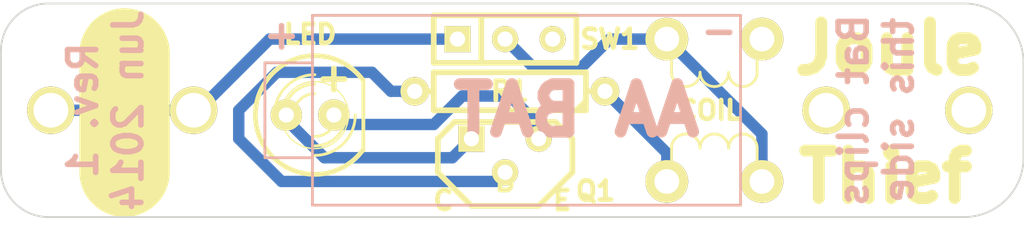
<source format=kicad_pcb>
(kicad_pcb (version 3) (host pcbnew "(2013-07-07 BZR 4022)-stable")

  (general
    (links 11)
    (no_connects 3)
    (area 127.965999 110.109 182.676001 124.50919)
    (thickness 1.6)
    (drawings 22)
    (tracks 29)
    (zones 0)
    (modules 6)
    (nets 7)
  )

  (page USLetter)
  (layers
    (15 F.Cu signal)
    (0 B.Cu signal)
    (16 B.Adhes user)
    (17 F.Adhes user)
    (18 B.Paste user)
    (19 F.Paste user)
    (20 B.SilkS user hide)
    (21 F.SilkS user)
    (22 B.Mask user)
    (23 F.Mask user)
    (24 Dwgs.User user)
    (25 Cmts.User user)
    (26 Eco1.User user)
    (27 Eco2.User user)
    (28 Edge.Cuts user)
  )

  (setup
    (last_trace_width 0.6096)
    (user_trace_width 0.3048)
    (user_trace_width 0.4064)
    (user_trace_width 0.6096)
    (trace_clearance 0.254)
    (zone_clearance 0.508)
    (zone_45_only no)
    (trace_min 0.254)
    (segment_width 0.2)
    (edge_width 0.1)
    (via_size 0.889)
    (via_drill 0.635)
    (via_min_size 0.889)
    (via_min_drill 0.508)
    (uvia_size 0.508)
    (uvia_drill 0.127)
    (uvias_allowed no)
    (uvia_min_size 0.508)
    (uvia_min_drill 0.127)
    (pcb_text_width 0.3)
    (pcb_text_size 1.5 1.5)
    (mod_edge_width 0.15)
    (mod_text_size 1 1)
    (mod_text_width 0.15)
    (pad_size 2.286 2.286)
    (pad_drill 1.3208)
    (pad_to_mask_clearance 0)
    (aux_axis_origin 0 0)
    (visible_elements 7FFFFFFF)
    (pcbplotparams
      (layerselection 284196865)
      (usegerberextensions true)
      (excludeedgelayer true)
      (linewidth 0.150000)
      (plotframeref false)
      (viasonmask false)
      (mode 1)
      (useauxorigin false)
      (hpglpennumber 1)
      (hpglpenspeed 20)
      (hpglpendiameter 15)
      (hpglpenoverlay 2)
      (psnegative false)
      (psa4output false)
      (plotreference true)
      (plotvalue true)
      (plotothertext true)
      (plotinvisibletext false)
      (padsonsilk false)
      (subtractmaskfromsilk false)
      (outputformat 1)
      (mirror false)
      (drillshape 0)
      (scaleselection 1)
      (outputdirectory BRD/))
  )

  (net 0 "")
  (net 1 /GND)
  (net 2 N-000001)
  (net 3 N-000002)
  (net 4 N-000003)
  (net 5 N-000004)
  (net 6 N-000005)

  (net_class Default "This is the default net class."
    (clearance 0.254)
    (trace_width 0.254)
    (via_dia 0.889)
    (via_drill 0.635)
    (uvia_dia 0.508)
    (uvia_drill 0.127)
    (add_net "")
    (add_net /GND)
    (add_net N-000001)
    (add_net N-000002)
    (add_net N-000003)
    (add_net N-000004)
    (add_net N-000005)
  )

  (module TRANS_JOULE_THIEF (layer F.Cu) (tedit 53AC574D) (tstamp 537E53E7)
    (at 166.116 118.618 180)
    (path /536BD944)
    (fp_text reference T1 (at 0.254 -4.318 180) (layer F.SilkS) hide
      (effects (font (size 1 1) (thickness 0.15)))
    )
    (fp_text value COIL (at 0.254 1.27 180) (layer F.SilkS)
      (effects (font (size 1 1) (thickness 0.25)))
    )
    (fp_line (start 2.286 3.302) (end 2.286 4.064) (layer F.SilkS) (width 0.15))
    (fp_line (start -2.286 3.302) (end -2.286 4.064) (layer F.SilkS) (width 0.15))
    (fp_line (start 2.286 -0.762) (end 2.286 -1.524) (layer F.SilkS) (width 0.15))
    (fp_line (start -2.286 -0.762) (end -2.286 -1.524) (layer F.SilkS) (width 0.15))
    (fp_arc (start 1.524 3.302) (end 1.524 2.54) (angle 90) (layer F.SilkS) (width 0.15))
    (fp_arc (start 1.524 3.302) (end 0.762 3.302) (angle 90) (layer F.SilkS) (width 0.15))
    (fp_arc (start 0 3.302) (end 0 2.54) (angle 90) (layer F.SilkS) (width 0.15))
    (fp_arc (start 0 3.302) (end -0.762 3.302) (angle 90) (layer F.SilkS) (width 0.15))
    (fp_arc (start -1.524 3.302) (end -1.524 2.54) (angle 90) (layer F.SilkS) (width 0.15))
    (fp_arc (start -1.524 3.302) (end -2.286 3.302) (angle 90) (layer F.SilkS) (width 0.15))
    (fp_arc (start 1.524 -0.762) (end 2.286 -0.762) (angle 90) (layer F.SilkS) (width 0.15))
    (fp_arc (start 1.524 -0.762) (end 1.524 0) (angle 90) (layer F.SilkS) (width 0.15))
    (fp_arc (start 0 -0.762) (end 0.762 -0.762) (angle 90) (layer F.SilkS) (width 0.15))
    (fp_arc (start 0 -0.762) (end 0 0) (angle 90) (layer F.SilkS) (width 0.15))
    (fp_arc (start -1.524 -0.762) (end -0.762 -0.762) (angle 90) (layer F.SilkS) (width 0.15))
    (fp_arc (start -1.524 -0.762) (end -1.524 0) (angle 90) (layer F.SilkS) (width 0.15))
    (pad 1 thru_hole circle (at -2.54 -2.54 180) (size 2.286 2.286) (drill 1.3208)
      (layers *.Cu *.Mask F.SilkS)
      (net 5 N-000004)
    )
    (pad 2 thru_hole circle (at 2.54 -2.54 180) (size 2.286 2.286) (drill 1.3208)
      (layers *.Cu *.Mask F.SilkS)
      (net 4 N-000003)
    )
    (pad 3 thru_hole circle (at -2.54 5.08 180) (size 2.286 2.286) (drill 1.3208)
      (layers *.Cu *.Mask F.SilkS)
      (net 2 N-000001)
    )
    (pad 4 thru_hole circle (at 2.54 5.08 180) (size 2.286 2.286) (drill 1.3208)
      (layers *.Cu *.Mask F.SilkS)
      (net 5 N-000004)
    )
  )

  (module BAT_CLIP (layer F.Cu) (tedit 53AC568E) (tstamp 538B9F1D)
    (at 155.321 117.348)
    (path /536BD889)
    (fp_text reference BT1 (at 0 -2.54) (layer F.SilkS) hide
      (effects (font (size 1 1) (thickness 0.15)))
    )
    (fp_text value BATTERY (at 0 2.54) (layer F.SilkS) hide
      (effects (font (size 1 1) (thickness 0.15)))
    )
    (fp_line (start -10.668 -2.54) (end -13.208 -2.54) (layer B.SilkS) (width 0.15))
    (fp_line (start -13.208 -2.54) (end -13.208 2.54) (layer B.SilkS) (width 0.15))
    (fp_line (start -13.208 2.54) (end -10.668 2.54) (layer B.SilkS) (width 0.15))
    (fp_line (start -10.668 -5.08) (end -10.668 5.08) (layer B.SilkS) (width 0.15))
    (fp_line (start -10.668 5.08) (end 12.192 5.08) (layer B.SilkS) (width 0.15))
    (fp_line (start 12.192 5.08) (end 12.192 -5.08) (layer B.SilkS) (width 0.15))
    (fp_line (start 12.192 -5.08) (end -10.668 -5.08) (layer B.SilkS) (width 0.15))
    (pad 1 thru_hole circle (at -17.018 0) (size 2.54 2.54) (drill 1.8542)
      (layers *.Cu *.Mask F.SilkS)
      (net 6 N-000005)
    )
    (pad 1 thru_hole circle (at -24.638 0) (size 2.54 2.54) (drill 1.8542)
      (layers *.Cu *.Mask F.SilkS)
      (net 6 N-000005)
    )
    (pad 2 thru_hole circle (at 16.764 0) (size 2.54 2.54) (drill 1.8542)
      (layers *.Cu *.Mask F.SilkS)
      (net 1 /GND)
    )
    (pad 2 thru_hole circle (at 24.384 0) (size 2.54 2.54) (drill 1.8542)
      (layers *.Cu *.Mask F.SilkS)
      (net 1 /GND)
    )
  )

  (module TO92-123 (layer F.Cu) (tedit 538BA1DC) (tstamp 5453E607)
    (at 154.94 118.872 135)
    (descr "Transistor TO92 brochage type BC237")
    (tags "TR TO92")
    (path /536BDA18)
    (fp_text reference Q1 (at -1.27 3.81 135) (layer F.SilkS) hide
      (effects (font (size 1.016 1.016) (thickness 0.2032)))
    )
    (fp_text value PN2222A (at -5.567759 -5.926969 225) (layer F.SilkS) hide
      (effects (font (size 1.016 1.016) (thickness 0.2032)))
    )
    (fp_line (start -1.27 2.54) (end 2.54 -1.27) (layer F.SilkS) (width 0.3048))
    (fp_line (start 2.54 -1.27) (end 2.54 -2.54) (layer F.SilkS) (width 0.3048))
    (fp_line (start 2.54 -2.54) (end 1.27 -3.81) (layer F.SilkS) (width 0.3048))
    (fp_line (start 1.27 -3.81) (end -1.27 -3.81) (layer F.SilkS) (width 0.3048))
    (fp_line (start -1.27 -3.81) (end -3.81 -1.27) (layer F.SilkS) (width 0.3048))
    (fp_line (start -3.81 -1.27) (end -3.81 1.27) (layer F.SilkS) (width 0.3048))
    (fp_line (start -3.81 1.27) (end -2.54 2.54) (layer F.SilkS) (width 0.3048))
    (fp_line (start -2.54 2.54) (end -1.27 2.54) (layer F.SilkS) (width 0.3048))
    (pad 3 thru_hole rect (at 1.27 -1.27 180) (size 1.397 1.397) (drill 0.8128)
      (layers *.Cu *.Mask F.SilkS)
      (net 2 N-000001)
    )
    (pad 2 thru_hole circle (at -1.27 -1.27 135) (size 1.397 1.397) (drill 0.8128)
      (layers *.Cu *.Mask F.SilkS)
      (net 3 N-000002)
    )
    (pad 1 thru_hole circle (at -1.27 1.27 135) (size 1.397 1.397) (drill 0.8128)
      (layers *.Cu *.Mask F.SilkS)
      (net 1 /GND)
    )
    (model discret/to98.wrl
      (at (xyz 0 0 0))
      (scale (xyz 1 1 1))
      (rotate (xyz 0 0 0))
    )
  )

  (module R4 (layer F.Cu) (tedit 538BAA4F) (tstamp 536BE102)
    (at 155.194 116.332 180)
    (descr "Resitance 4 pas")
    (tags R)
    (path /536BD99A)
    (autoplace_cost180 10)
    (fp_text reference R1 (at 0 0 180) (layer F.SilkS)
      (effects (font (size 1.016 1.016) (thickness 0.254)))
    )
    (fp_text value 1000 (at 0 0 180) (layer F.SilkS) hide
      (effects (font (size 1.397 1.27) (thickness 0.2032)))
    )
    (fp_line (start -5.08 0) (end -4.064 0) (layer F.SilkS) (width 0.3048))
    (fp_line (start -4.064 0) (end -4.064 -1.016) (layer F.SilkS) (width 0.3048))
    (fp_line (start -4.064 -1.016) (end 4.064 -1.016) (layer F.SilkS) (width 0.3048))
    (fp_line (start 4.064 -1.016) (end 4.064 1.016) (layer F.SilkS) (width 0.3048))
    (fp_line (start 4.064 1.016) (end -4.064 1.016) (layer F.SilkS) (width 0.3048))
    (fp_line (start -4.064 1.016) (end -4.064 0) (layer F.SilkS) (width 0.3048))
    (fp_line (start -4.064 -0.508) (end -3.556 -1.016) (layer F.SilkS) (width 0.3048))
    (fp_line (start 5.08 0) (end 4.064 0) (layer F.SilkS) (width 0.3048))
    (pad 1 thru_hole circle (at -5.08 0 180) (size 1.524 1.524) (drill 0.8128)
      (layers *.Cu *.Mask F.SilkS)
      (net 4 N-000003)
    )
    (pad 2 thru_hole circle (at 5.08 0 180) (size 1.524 1.524) (drill 0.8128)
      (layers *.Cu *.Mask F.SilkS)
      (net 3 N-000002)
    )
    (model discret/resistor.wrl
      (at (xyz 0 0 0))
      (scale (xyz 0.4 0.4 0.4))
      (rotate (xyz 0 0 0))
    )
  )

  (module MICROSWITCH_SPST (layer F.Cu) (tedit 538BA215) (tstamp 538B9BF9)
    (at 154.94 113.538)
    (descr "Connecteur 3 pins")
    (tags "CONN DEV")
    (path /536BD975)
    (fp_text reference SW1 (at 5.588 0) (layer F.SilkS)
      (effects (font (size 1.016 1.016) (thickness 0.254)))
    )
    (fp_text value SPST (at 0 -2.54) (layer F.SilkS) hide
      (effects (font (size 1.016 1.016) (thickness 0.254)))
    )
    (fp_line (start -3.81 1.27) (end -3.81 -1.27) (layer F.SilkS) (width 0.3048))
    (fp_line (start -3.81 -1.27) (end 3.81 -1.27) (layer F.SilkS) (width 0.3048))
    (fp_line (start 3.81 -1.27) (end 3.81 1.27) (layer F.SilkS) (width 0.3048))
    (fp_line (start 3.81 1.27) (end -3.81 1.27) (layer F.SilkS) (width 0.3048))
    (fp_line (start -1.27 -1.27) (end -1.27 1.27) (layer F.SilkS) (width 0.3048))
    (pad 1 thru_hole rect (at -2.54 0) (size 1.397 1.397) (drill 0.8128)
      (layers *.Cu *.Mask F.SilkS)
      (net 6 N-000005)
    )
    (pad 2 thru_hole circle (at 0 0) (size 1.397 1.397) (drill 0.8128)
      (layers *.Cu *.Mask F.SilkS)
      (net 5 N-000004)
    )
    (pad 3 thru_hole circle (at 2.54 0) (size 1.397 1.397) (drill 0.8128)
      (layers *.Cu *.Mask F.SilkS)
    )
    (model device/switch_slide_straight_terminal.wrl
      (at (xyz 0 0 0))
      (scale (xyz 0.33 0.33 0.33))
      (rotate (xyz 0 0 0))
    )
  )

  (module LED-5MM (layer F.Cu) (tedit 538BAA72) (tstamp 536BE01A)
    (at 144.526 117.602)
    (descr "LED 5mm - Lead pitch 100mil (2,54mm)")
    (tags "LED led 5mm 5MM 100mil 2,54mm")
    (path /536BDA2F)
    (fp_text reference LED (at 0 -4.318) (layer F.SilkS)
      (effects (font (size 1.016 1.016) (thickness 0.254)))
    )
    (fp_text value LED (at 0 3.81) (layer F.SilkS) hide
      (effects (font (size 0.762 0.762) (thickness 0.0889)))
    )
    (fp_line (start 2.8448 1.905) (end 2.8448 -1.905) (layer F.SilkS) (width 0.2032))
    (fp_circle (center 0.254 0) (end -1.016 1.27) (layer F.SilkS) (width 0.0762))
    (fp_arc (start 0.254 0) (end 2.794 1.905) (angle 286.2) (layer F.SilkS) (width 0.254))
    (fp_arc (start 0.254 0) (end -0.889 0) (angle 90) (layer F.SilkS) (width 0.1524))
    (fp_arc (start 0.254 0) (end 1.397 0) (angle 90) (layer F.SilkS) (width 0.1524))
    (fp_arc (start 0.254 0) (end -1.397 0) (angle 90) (layer F.SilkS) (width 0.1524))
    (fp_arc (start 0.254 0) (end 1.905 0) (angle 90) (layer F.SilkS) (width 0.1524))
    (fp_arc (start 0.254 0) (end -1.905 0) (angle 90) (layer F.SilkS) (width 0.1524))
    (fp_arc (start 0.254 0) (end 2.413 0) (angle 90) (layer F.SilkS) (width 0.1524))
    (pad 1 thru_hole circle (at -1.27 0) (size 1.6764 1.6764) (drill 0.8128)
      (layers *.Cu *.Mask F.SilkS)
      (net 2 N-000001)
    )
    (pad 2 thru_hole circle (at 1.27 0) (size 1.6764 1.6764) (drill 0.8128)
      (layers *.Cu *.Mask F.SilkS)
      (net 1 /GND)
    )
    (model discret/leds/led5_vertical_verde.wrl
      (at (xyz 0 0 0))
      (scale (xyz 1 1 1))
      (rotate (xyz 0 0 0))
    )
  )

  (gr_text - (at 166.37 113.284 180) (layer B.SilkS)
    (effects (font (size 1.5 1.5) (thickness 0.3)) (justify mirror))
  )
  (gr_text + (at 143.002 113.284) (layer B.SilkS)
    (effects (font (size 1.5 1.5) (thickness 0.3)) (justify mirror))
  )
  (gr_text "Bat clips\nthis side" (at 174.752 117.348 90) (layer B.SilkS)
    (effects (font (size 1.5 1.5) (thickness 0.3)) (justify mirror))
  )
  (gr_text Q1 (at 159.766 121.666) (layer F.SilkS)
    (effects (font (size 1.016 1.016) (thickness 0.254)))
  )
  (gr_text "AA BAT" (at 158.75 117.348) (layer B.SilkS)
    (effects (font (size 2.54 2.54) (thickness 0.635)) (justify mirror))
  )
  (gr_text "Rev. 1\nJun 2014" (at 133.604 117.348 90) (layer B.SilkS)
    (effects (font (size 1.5 1.5) (thickness 0.3)) (justify mirror))
  )
  (gr_line (start 134.62 114.3) (end 134.62 120.65) (angle 90) (layer F.SilkS) (width 4.826) (tstamp 538BA51E))
  (gr_text Thief (at 175.26 120.904) (layer F.SilkS)
    (effects (font (size 2.54 2.54) (thickness 0.635)))
  )
  (gr_text Joule (at 175.514 114.046) (layer F.SilkS)
    (effects (font (size 2.54 2.54) (thickness 0.635)))
  )
  (gr_text + (at 145.796 115.57) (layer F.SilkS)
    (effects (font (size 1.5 1.5) (thickness 0.3)))
  )
  (gr_line (start 128.016 114.173) (end 128.016 120.523) (angle 90) (layer Edge.Cuts) (width 0.1))
  (gr_line (start 182.626 114.808) (end 182.626 119.888) (angle 90) (layer Edge.Cuts) (width 0.1))
  (gr_line (start 130.556 111.633) (end 179.451 111.633) (angle 90) (layer Edge.Cuts) (width 0.1))
  (gr_line (start 179.451 123.063) (end 130.556 123.063) (angle 90) (layer Edge.Cuts) (width 0.1))
  (gr_arc (start 179.451 119.888) (end 182.626 119.888) (angle 90) (layer Edge.Cuts) (width 0.1))
  (gr_arc (start 179.451 114.808) (end 179.451 111.633) (angle 90) (layer Edge.Cuts) (width 0.1))
  (gr_arc (start 130.556 120.523) (end 130.556 123.063) (angle 90) (layer Edge.Cuts) (width 0.1))
  (gr_arc (start 130.556 114.173) (end 128.016 114.173) (angle 90) (layer Edge.Cuts) (width 0.1))
  (gr_text B (at 154.94 121.158) (layer F.SilkS)
    (effects (font (size 1.016 1.016) (thickness 0.254)))
  )
  (gr_text C (at 151.638 122.174) (layer F.SilkS)
    (effects (font (size 1.016 1.016) (thickness 0.254)))
  )
  (gr_text E (at 157.988 122.174) (layer F.SilkS)
    (effects (font (size 1.016 1.016) (thickness 0.254)))
  )
  (gr_circle (center 144.635 117.365) (end 143.635 122.365) (layer Dwgs.User) (width 0.2))

  (segment (start 156.736051 118.872) (end 156.736051 118.128051) (width 0.6096) (layer B.Cu) (net 1) (status 400000))
  (segment (start 146.304 118.11) (end 145.796 117.602) (width 0.6096) (layer B.Cu) (net 1) (tstamp 5453E703) (status C00000))
  (segment (start 151.13 118.11) (end 146.304 118.11) (width 0.6096) (layer B.Cu) (net 1) (tstamp 5453E700) (status 800000))
  (segment (start 152.654 116.586) (end 151.13 118.11) (width 0.6096) (layer B.Cu) (net 1) (tstamp 5453E6FC))
  (segment (start 155.194 116.586) (end 152.654 116.586) (width 0.6096) (layer B.Cu) (net 1) (tstamp 5453E6FB))
  (segment (start 156.736051 118.128051) (end 155.194 116.586) (width 0.6096) (layer B.Cu) (net 1) (tstamp 5453E6FA))
  (segment (start 143.256 117.602) (end 143.256 117.856) (width 0.6096) (layer B.Cu) (net 2) (status C00000))
  (segment (start 152.127949 119.888) (end 153.143949 118.872) (width 0.6096) (layer B.Cu) (net 2) (tstamp 5453E6F4) (status 800000))
  (segment (start 145.288 119.888) (end 152.127949 119.888) (width 0.6096) (layer B.Cu) (net 2) (tstamp 5453E6EF))
  (segment (start 143.256 117.856) (end 145.288 119.888) (width 0.6096) (layer B.Cu) (net 2) (tstamp 5453E6EB) (status 400000))
  (segment (start 150.114 116.332) (end 148.844 116.332) (width 0.6096) (layer B.Cu) (net 3) (status 400000))
  (segment (start 154.450051 121.158) (end 154.94 120.668051) (width 0.6096) (layer B.Cu) (net 3) (tstamp 5453E71B) (status C00000))
  (segment (start 143.002 121.158) (end 154.450051 121.158) (width 0.6096) (layer B.Cu) (net 3) (tstamp 5453E716) (status 800000))
  (segment (start 140.716 118.872) (end 143.002 121.158) (width 0.6096) (layer B.Cu) (net 3) (tstamp 5453E715))
  (segment (start 140.716 117.348) (end 140.716 118.872) (width 0.6096) (layer B.Cu) (net 3) (tstamp 5453E712))
  (segment (start 142.748 115.316) (end 140.716 117.348) (width 0.6096) (layer B.Cu) (net 3) (tstamp 5453E70B))
  (segment (start 147.828 115.316) (end 142.748 115.316) (width 0.6096) (layer B.Cu) (net 3) (tstamp 5453E709))
  (segment (start 148.844 116.332) (end 147.828 115.316) (width 0.6096) (layer B.Cu) (net 3) (tstamp 5453E707))
  (segment (start 163.576 121.158) (end 163.576 119.634) (width 0.6096) (layer B.Cu) (net 4))
  (segment (start 163.576 119.634) (end 160.274 116.332) (width 0.6096) (layer B.Cu) (net 4) (tstamp 5453E663))
  (segment (start 168.656 121.158) (end 168.656 118.618) (width 0.6096) (layer B.Cu) (net 5))
  (segment (start 168.656 118.618) (end 163.576 113.538) (width 0.6096) (layer B.Cu) (net 5) (tstamp 5453E667))
  (segment (start 154.94 113.538) (end 156.464 115.062) (width 0.6096) (layer B.Cu) (net 5))
  (segment (start 160.528 113.538) (end 163.576 113.538) (width 0.6096) (layer B.Cu) (net 5) (tstamp 5453E577))
  (segment (start 159.004 115.062) (end 160.528 113.538) (width 0.6096) (layer B.Cu) (net 5) (tstamp 5453E575))
  (segment (start 156.464 115.062) (end 159.004 115.062) (width 0.6096) (layer B.Cu) (net 5) (tstamp 5453E572))
  (segment (start 130.937 117.348) (end 138.557 117.348) (width 0.6096) (layer B.Cu) (net 6))
  (segment (start 138.557 117.348) (end 142.367 113.538) (width 0.6096) (layer B.Cu) (net 6) (tstamp 538B9C5F))
  (segment (start 142.367 113.538) (end 152.4 113.538) (width 0.6096) (layer B.Cu) (net 6) (tstamp 538B9C60) (status 20))

)

</source>
